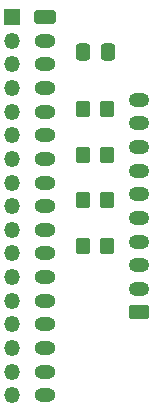
<source format=gts>
G04 #@! TF.GenerationSoftware,KiCad,Pcbnew,(6.0.1)*
G04 #@! TF.CreationDate,2022-07-05T00:40:55-07:00*
G04 #@! TF.ProjectId,mu100-dit-connector-board,6d753130-302d-4646-9974-2d636f6e6e65,rev?*
G04 #@! TF.SameCoordinates,PX4a615b8PY2b4db18*
G04 #@! TF.FileFunction,Soldermask,Top*
G04 #@! TF.FilePolarity,Negative*
%FSLAX46Y46*%
G04 Gerber Fmt 4.6, Leading zero omitted, Abs format (unit mm)*
G04 Created by KiCad (PCBNEW (6.0.1)) date 2022-07-05 00:40:55*
%MOMM*%
%LPD*%
G01*
G04 APERTURE LIST*
G04 Aperture macros list*
%AMRoundRect*
4,1,4,2,3,4,5,6,7,8,9,2,3,0*
1,1,$1,$2,$3*
1,1,$1,$2,$3*
1,1,$1,$2,$3*
1,1,$1,$2,$3*
20,1,$1,$2,$3,$4,$5,0*
20,1,$1,$2,$3,$4,$5,0*
20,1,$1,$2,$3,$4,$5,0*
20,1,$1,$2,$3,$4,$5,0*%
G04 Aperture macros list end*
%AMCOMP75*
4,1,3,
-0.65,0.35,
-0.65,-0.35,
0.65,-0.35,
0.65,0.35,
0*
4,1,19,
-0.65,0.6,
-0.57274575140626316,0.58776412907378839,
-0.50305368692688179,0.55225424859373684,
-0.44774575140626316,0.49694631307311826,
-0.41223587092621161,0.42725424859373684,
-0.4,0.35,
-0.41223587092621161,0.27274575140626311,
-0.44774575140626316,0.20305368692688172,
-0.50305368692688168,0.14774575140626314,
-0.57274575140626316,0.1122358709262116,
-0.65,0.099999999999999978,
-0.727254248593737,0.1122358709262116,
-0.79694631307311825,0.14774575140626309,
-0.85225424859373689,0.20305368692688167,
-0.88776412907378843,0.27274575140626311,
-0.9,0.34999999999999992,
-0.88776412907378843,0.42725424859373679,
-0.85225424859373689,0.49694631307311821,
-0.79694631307311836,0.55225424859373684,
-0.72725424859373689,0.58776412907378839,
0*
4,1,19,
-0.65,-0.099999999999999978,
-0.57274575140626316,-0.1122358709262116,
-0.50305368692688179,-0.14774575140626311,
-0.44774575140626316,-0.20305368692688169,
-0.41223587092621161,-0.27274575140626311,
-0.4,-0.35,
-0.41223587092621161,-0.42725424859373684,
-0.44774575140626316,-0.49694631307311821,
-0.50305368692688168,-0.55225424859373684,
-0.57274575140626316,-0.58776412907378839,
-0.65,-0.6,
-0.727254248593737,-0.58776412907378839,
-0.79694631307311825,-0.55225424859373684,
-0.85225424859373689,-0.49694631307311832,
-0.88776412907378843,-0.42725424859373684,
-0.9,-0.35000000000000003,
-0.88776412907378843,-0.27274575140626317,
-0.85225424859373689,-0.20305368692688175,
-0.79694631307311836,-0.14774575140626314,
-0.72725424859373689,-0.1122358709262116,
0*
4,1,19,
0.65,-0.099999999999999978,
0.72725424859373689,-0.1122358709262116,
0.79694631307311825,-0.14774575140626311,
0.85225424859373689,-0.20305368692688169,
0.88776412907378843,-0.27274575140626311,
0.9,-0.35,
0.88776412907378843,-0.42725424859373684,
0.85225424859373689,-0.49694631307311821,
0.79694631307311836,-0.55225424859373684,
0.72725424859373689,-0.58776412907378839,
0.65,-0.6,
0.572745751406263,-0.58776412907378839,
0.50305368692688179,-0.55225424859373684,
0.44774575140626316,-0.49694631307311832,
0.41223587092621161,-0.42725424859373684,
0.4,-0.35000000000000003,
0.41223587092621161,-0.27274575140626317,
0.44774575140626316,-0.20305368692688175,
0.50305368692688168,-0.14774575140626314,
0.57274575140626316,-0.1122358709262116,
0*
4,1,19,
0.65,0.6,
0.72725424859373689,0.58776412907378839,
0.79694631307311825,0.55225424859373684,
0.85225424859373689,0.49694631307311826,
0.88776412907378843,0.42725424859373684,
0.9,0.35,
0.88776412907378843,0.27274575140626311,
0.85225424859373689,0.20305368692688172,
0.79694631307311836,0.14774575140626314,
0.72725424859373689,0.1122358709262116,
0.65,0.099999999999999978,
0.572745751406263,0.1122358709262116,
0.50305368692688179,0.14774575140626309,
0.44774575140626316,0.20305368692688167,
0.41223587092621161,0.27274575140626311,
0.4,0.34999999999999992,
0.41223587092621161,0.42725424859373679,
0.44774575140626316,0.49694631307311821,
0.50305368692688168,0.55225424859373684,
0.57274575140626316,0.58776412907378839,
0*
4,1,3,
-0.9,0.35,
-0.4,0.35,
-0.4,-0.35,
-0.9,-0.35,
0*
4,1,3,
-0.65,-0.6,
-0.65,-0.099999999999999978,
0.65,-0.099999999999999978,
0.65,-0.6,
0*
4,1,3,
0.9,-0.35,
0.4,-0.35,
0.4,0.35,
0.9,0.35,
0*
4,1,3,
0.65,0.6,
0.65,0.099999999999999978,
-0.65,0.099999999999999978,
-0.65,0.6,
0*%
%ADD10COMP75,0.25X-0.65X0.35X-0.65X-0.35X0.65X-0.35X0.65X0.35X0*%
%ADD11O,1.8X1.2*%
%AMCOMP76*
4,1,3,
0.625,-0.35,
0.625,0.35,
-0.625,0.35,
-0.625,-0.35,
0*
4,1,19,
0.625,-0.099999999999999978,
0.70225424859373686,-0.1122358709262116,
0.77194631307311834,-0.14774575140626311,
0.82725424859373686,-0.20305368692688169,
0.86276412907378841,-0.27274575140626311,
0.875,-0.35,
0.86276412907378841,-0.42725424859373684,
0.82725424859373686,-0.49694631307311821,
0.77194631307311834,-0.55225424859373684,
0.70225424859373686,-0.58776412907378839,
0.625,-0.6,
0.547745751406263,-0.58776412907378839,
0.47805368692688177,-0.55225424859373684,
0.42274575140626314,-0.49694631307311832,
0.38723587092621159,-0.42725424859373684,
0.375,-0.35000000000000003,
0.38723587092621159,-0.27274575140626317,
0.42274575140626314,-0.20305368692688175,
0.47805368692688166,-0.14774575140626314,
0.54774575140626314,-0.1122358709262116,
0*
4,1,19,
0.625,0.6,
0.70225424859373686,0.58776412907378839,
0.77194631307311834,0.55225424859373684,
0.82725424859373686,0.49694631307311826,
0.86276412907378841,0.42725424859373684,
0.875,0.35,
0.86276412907378841,0.27274575140626311,
0.82725424859373686,0.20305368692688172,
0.77194631307311834,0.14774575140626314,
0.70225424859373686,0.1122358709262116,
0.625,0.099999999999999978,
0.547745751406263,0.1122358709262116,
0.47805368692688177,0.14774575140626309,
0.42274575140626314,0.20305368692688167,
0.38723587092621159,0.27274575140626311,
0.375,0.34999999999999992,
0.38723587092621159,0.42725424859373679,
0.42274575140626314,0.49694631307311821,
0.47805368692688166,0.55225424859373684,
0.54774575140626314,0.58776412907378839,
0*
4,1,19,
-0.625,0.6,
-0.54774575140626314,0.58776412907378839,
-0.47805368692688172,0.55225424859373684,
-0.42274575140626314,0.49694631307311826,
-0.38723587092621159,0.42725424859373684,
-0.375,0.35,
-0.38723587092621159,0.27274575140626311,
-0.42274575140626314,0.20305368692688172,
-0.47805368692688166,0.14774575140626314,
-0.54774575140626314,0.1122358709262116,
-0.625,0.099999999999999978,
-0.702254248593737,0.1122358709262116,
-0.77194631307311823,0.14774575140626309,
-0.82725424859373686,0.20305368692688167,
-0.86276412907378841,0.27274575140626311,
-0.875,0.34999999999999992,
-0.86276412907378841,0.42725424859373679,
-0.82725424859373686,0.49694631307311821,
-0.77194631307311834,0.55225424859373684,
-0.70225424859373686,0.58776412907378839,
0*
4,1,19,
-0.625,-0.099999999999999978,
-0.54774575140626314,-0.1122358709262116,
-0.47805368692688172,-0.14774575140626311,
-0.42274575140626314,-0.20305368692688169,
-0.38723587092621159,-0.27274575140626311,
-0.375,-0.35,
-0.38723587092621159,-0.42725424859373684,
-0.42274575140626314,-0.49694631307311821,
-0.47805368692688166,-0.55225424859373684,
-0.54774575140626314,-0.58776412907378839,
-0.625,-0.6,
-0.702254248593737,-0.58776412907378839,
-0.77194631307311823,-0.55225424859373684,
-0.82725424859373686,-0.49694631307311832,
-0.86276412907378841,-0.42725424859373684,
-0.875,-0.35000000000000003,
-0.86276412907378841,-0.27274575140626317,
-0.82725424859373686,-0.20305368692688175,
-0.77194631307311834,-0.14774575140626314,
-0.70225424859373686,-0.1122358709262116,
0*
4,1,3,
0.875,-0.35,
0.375,-0.35,
0.375,0.35,
0.875,0.35,
0*
4,1,3,
0.625,0.6,
0.625,0.099999999999999978,
-0.625,0.099999999999999978,
-0.625,0.6,
0*
4,1,3,
-0.875,0.35,
-0.375,0.35,
-0.375,-0.35,
-0.875,-0.35,
0*
4,1,3,
-0.625,-0.6,
-0.625,-0.099999999999999978,
0.625,-0.099999999999999978,
0.625,-0.6,
0*%
%ADD12COMP76,0.25X0.625X-0.35X0.625X0.35X-0.625X0.35X-0.625X-0.35X0*%
%ADD13O,1.75X1.2*%
%AMCOMP77*
4,1,3,
-0.35,-0.45,
0.35,-0.45,
0.35,0.45,
-0.35,0.45,
0*
4,1,19,
-0.35,-0.2,
-0.27274575140626311,-0.21223587092621163,
-0.20305368692688169,-0.24774575140626315,
-0.14774575140626311,-0.30305368692688173,
-0.1122358709262116,-0.37274575140626315,
-0.099999999999999978,-0.45,
-0.11223587092621157,-0.52725424859373682,
-0.14774575140626311,-0.5969463130731183,
-0.20305368692688167,-0.65225424859373682,
-0.27274575140626311,-0.68776412907378837,
-0.34999999999999992,-0.7,
-0.4272542485937369,-0.68776412907378837,
-0.49694631307311821,-0.65225424859373693,
-0.55225424859373684,-0.5969463130731183,
-0.58776412907378839,-0.52725424859373693,
-0.6,-0.45000000000000007,
-0.58776412907378839,-0.3727457514062632,
-0.55225424859373684,-0.30305368692688178,
-0.49694631307311832,-0.24774575140626318,
-0.4272542485937369,-0.21223587092621163,
0*
4,1,19,
0.35,-0.2,
0.42725424859373684,-0.21223587092621163,
0.49694631307311826,-0.24774575140626315,
0.55225424859373684,-0.30305368692688173,
0.58776412907378839,-0.37274575140626315,
0.6,-0.45,
0.58776412907378839,-0.52725424859373682,
0.55225424859373684,-0.5969463130731183,
0.49694631307311832,-0.65225424859373682,
0.42725424859373684,-0.68776412907378837,
0.35000000000000003,-0.7,
0.27274575140626306,-0.68776412907378837,
0.20305368692688172,-0.65225424859373693,
0.14774575140626314,-0.5969463130731183,
0.1122358709262116,-0.52725424859373693,
0.099999999999999978,-0.45000000000000007,
0.11223587092621157,-0.3727457514062632,
0.14774575140626309,-0.30305368692688178,
0.20305368692688164,-0.24774575140626318,
0.27274575140626306,-0.21223587092621163,
0*
4,1,19,
0.35,0.7,
0.42725424859373684,0.68776412907378837,
0.49694631307311826,0.65225424859373682,
0.55225424859373684,0.5969463130731183,
0.58776412907378839,0.52725424859373682,
0.6,0.45,
0.58776412907378839,0.3727457514062632,
0.55225424859373684,0.30305368692688173,
0.49694631307311832,0.24774575140626318,
0.42725424859373684,0.21223587092621163,
0.35000000000000003,0.2,
0.27274575140626306,0.21223587092621163,
0.20305368692688172,0.24774575140626312,
0.14774575140626314,0.30305368692688173,
0.1122358709262116,0.37274575140626309,
0.099999999999999978,0.44999999999999996,
0.11223587092621157,0.52725424859373682,
0.14774575140626309,0.5969463130731183,
0.20305368692688164,0.65225424859373682,
0.27274575140626306,0.68776412907378837,
0*
4,1,19,
-0.35,0.7,
-0.27274575140626311,0.68776412907378837,
-0.20305368692688169,0.65225424859373682,
-0.14774575140626311,0.5969463130731183,
-0.1122358709262116,0.52725424859373682,
-0.099999999999999978,0.45,
-0.11223587092621157,0.3727457514062632,
-0.14774575140626311,0.30305368692688173,
-0.20305368692688167,0.24774575140626318,
-0.27274575140626311,0.21223587092621163,
-0.34999999999999992,0.2,
-0.4272542485937369,0.21223587092621163,
-0.49694631307311821,0.24774575140626312,
-0.55225424859373684,0.30305368692688173,
-0.58776412907378839,0.37274575140626309,
-0.6,0.44999999999999996,
-0.58776412907378839,0.52725424859373682,
-0.55225424859373684,0.5969463130731183,
-0.49694631307311832,0.65225424859373682,
-0.4272542485937369,0.68776412907378837,
0*
4,1,3,
-0.35,-0.7,
-0.35,-0.2,
0.35,-0.2,
0.35,-0.7,
0*
4,1,3,
0.6,-0.45,
0.099999999999999978,-0.45,
0.099999999999999978,0.45,
0.6,0.45,
0*
4,1,3,
0.35,0.7,
0.35,0.2,
-0.35,0.2,
-0.35,0.7,
0*
4,1,3,
-0.6,0.45,
-0.099999999999999978,0.45,
-0.099999999999999978,-0.45,
-0.6,-0.45,
0*%
%ADD14COMP77,0.25X-0.35X-0.45X0.35X-0.45X0.35X0.45X-0.35X0.45X0*%
%ADD15R,1.35X1.35*%
%ADD16O,1.35X1.35*%
%AMCOMP78*
4,1,3,
-0.3375,-0.475,
0.3375,-0.475,
0.3375,0.475,
-0.3375,0.475,
0*
4,1,19,
-0.3375,-0.22499999999999998,
-0.26024575140626316,-0.2372358709262116,
-0.19055368692688174,-0.27274575140626311,
-0.13524575140626316,-0.32805368692688169,
-0.099735870926211639,-0.39774575140626311,
-0.087500000000000022,-0.475,
-0.099735870926211612,-0.55225424859373684,
-0.13524575140626316,-0.62194631307311821,
-0.19055368692688171,-0.67725424859373684,
-0.26024575140626316,-0.71276412907378839,
-0.33749999999999997,-0.725,
-0.41475424859373694,-0.71276412907378839,
-0.48444631307311825,-0.67725424859373684,
-0.53975424859373689,-0.62194631307311832,
-0.57526412907378843,-0.55225424859373684,
-0.5875,-0.47500000000000003,
-0.57526412907378843,-0.39774575140626317,
-0.53975424859373689,-0.32805368692688175,
-0.48444631307311836,-0.27274575140626311,
-0.41475424859373694,-0.2372358709262116,
0*
4,1,19,
0.3375,-0.22499999999999998,
0.41475424859373689,-0.2372358709262116,
0.48444631307311831,-0.27274575140626311,
0.53975424859373689,-0.32805368692688169,
0.57526412907378843,-0.39774575140626311,
0.5875,-0.475,
0.57526412907378843,-0.55225424859373684,
0.53975424859373689,-0.62194631307311821,
0.48444631307311836,-0.67725424859373684,
0.41475424859373689,-0.71276412907378839,
0.33750000000000008,-0.725,
0.2602457514062631,-0.71276412907378839,
0.19055368692688177,-0.67725424859373684,
0.13524575140626319,-0.62194631307311832,
0.099735870926211639,-0.55225424859373684,
0.087500000000000022,-0.47500000000000003,
0.099735870926211612,-0.39774575140626317,
0.13524575140626313,-0.32805368692688175,
0.19055368692688168,-0.27274575140626311,
0.2602457514062631,-0.2372358709262116,
0*
4,1,19,
0.3375,0.725,
0.41475424859373689,0.71276412907378839,
0.48444631307311831,0.67725424859373684,
0.53975424859373689,0.62194631307311821,
0.57526412907378843,0.55225424859373684,
0.5875,0.475,
0.57526412907378843,0.39774575140626311,
0.53975424859373689,0.32805368692688175,
0.48444631307311836,0.27274575140626311,
0.41475424859373689,0.2372358709262116,
0.33750000000000008,0.22499999999999998,
0.2602457514062631,0.2372358709262116,
0.19055368692688177,0.27274575140626311,
0.13524575140626319,0.32805368692688164,
0.099735870926211639,0.39774575140626311,
0.087500000000000022,0.47499999999999992,
0.099735870926211612,0.55225424859373673,
0.13524575140626313,0.62194631307311821,
0.19055368692688168,0.67725424859373684,
0.2602457514062631,0.71276412907378839,
0*
4,1,19,
-0.3375,0.725,
-0.26024575140626316,0.71276412907378839,
-0.19055368692688174,0.67725424859373684,
-0.13524575140626316,0.62194631307311821,
-0.099735870926211639,0.55225424859373684,
-0.087500000000000022,0.475,
-0.099735870926211612,0.39774575140626311,
-0.13524575140626316,0.32805368692688175,
-0.19055368692688171,0.27274575140626311,
-0.26024575140626316,0.2372358709262116,
-0.33749999999999997,0.22499999999999998,
-0.41475424859373694,0.2372358709262116,
-0.48444631307311825,0.27274575140626311,
-0.53975424859373689,0.32805368692688164,
-0.57526412907378843,0.39774575140626311,
-0.5875,0.47499999999999992,
-0.57526412907378843,0.55225424859373673,
-0.53975424859373689,0.62194631307311821,
-0.48444631307311836,0.67725424859373684,
-0.41475424859373694,0.71276412907378839,
0*
4,1,3,
-0.3375,-0.725,
-0.3375,-0.22499999999999998,
0.3375,-0.22499999999999998,
0.3375,-0.725,
0*
4,1,3,
0.5875,-0.475,
0.087500000000000022,-0.475,
0.087500000000000022,0.475,
0.5875,0.475,
0*
4,1,3,
0.3375,0.725,
0.3375,0.22499999999999998,
-0.3375,0.22499999999999998,
-0.3375,0.725,
0*
4,1,3,
-0.5875,0.475,
-0.087500000000000022,0.475,
-0.087500000000000022,-0.475,
-0.5875,-0.475,
0*%
%ADD17COMP78,0.25X-0.3375X-0.475X0.3375X-0.475X0.3375X0.475X-0.3375X0.475X0*%
G04 APERTURE END LIST*
D10*
X0020000000Y0084000000D02*
X0024855000Y0080165000D03*
D11*
X0024855000Y0078165000D03*
X0024855000Y0076165000D03*
X0024855000Y0074164999D03*
X0024855000Y0072164999D03*
X0024855000Y0070164999D03*
X0024855000Y0068164999D03*
X0024855000Y0066164999D03*
X0024855000Y0064164999D03*
X0024855000Y0062165000D03*
X0024855000Y0060165000D03*
X0024855000Y0058165000D03*
X0024855000Y0056165000D03*
X0024855000Y0054165000D03*
X0024855000Y0052165000D03*
X0024855000Y0050165000D03*
X0024855000Y0048165000D03*
D12*
X0032814999Y0055175000D03*
D13*
X0032814999Y0057175000D03*
X0032814999Y0059175000D03*
X0032814999Y0061175000D03*
X0032814999Y0063175000D03*
X0032814999Y0065175000D03*
X0032814999Y0067175000D03*
X0032814999Y0069175000D03*
X0032814999Y0071175000D03*
X0032814999Y0073175000D03*
D14*
X0028049000Y0060835000D03*
X0030049000Y0060835000D03*
D15*
X0021995000Y0080165000D03*
D16*
X0021995000Y0078165000D03*
X0021995000Y0076165000D03*
X0021995000Y0074164999D03*
X0021995000Y0072164999D03*
X0021995000Y0070164999D03*
X0021995000Y0068164999D03*
X0021995000Y0066164999D03*
X0021995000Y0064164999D03*
X0021995000Y0062165000D03*
X0021995000Y0060165000D03*
X0021995000Y0058165000D03*
X0021995000Y0056165000D03*
X0021995000Y0054165000D03*
X0021995000Y0052165000D03*
X0021995000Y0050165000D03*
X0021995000Y0048165000D03*
D14*
X0028049000Y0064681668D03*
X0030049000Y0064681668D03*
D17*
X0028061500Y0077244200D03*
X0030136499Y0077244200D03*
D14*
X0028049000Y0068528334D03*
X0030049000Y0068528334D03*
X0028049000Y0072375000D03*
X0030049000Y0072375000D03*
M02*
</source>
